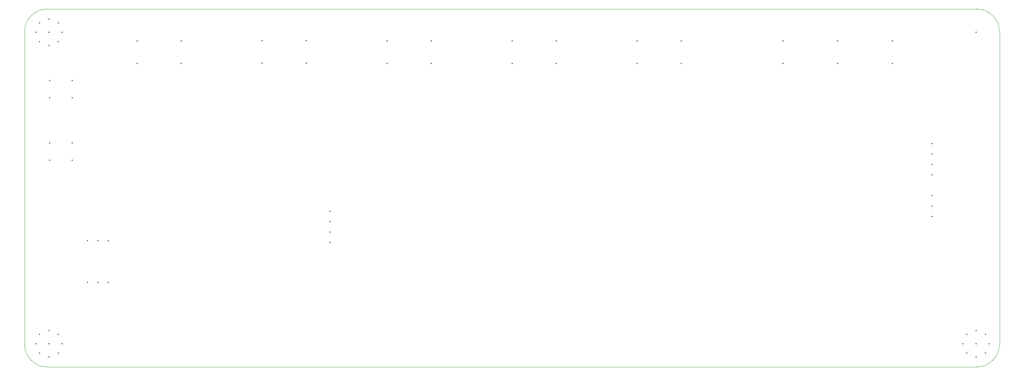
<source format=gko>
%TF.GenerationSoftware,KiCad,Pcbnew,8.0.4*%
%TF.CreationDate,2025-03-26T21:29:21+03:00*%
%TF.ProjectId,PDU_Control_Board,5044555f-436f-46e7-9472-6f6c5f426f61,rev?*%
%TF.SameCoordinates,Original*%
%TF.FileFunction,Profile,NP*%
%FSLAX46Y46*%
G04 Gerber Fmt 4.6, Leading zero omitted, Abs format (unit mm)*
G04 Created by KiCad (PCBNEW 8.0.4) date 2025-03-26 21:29:21*
%MOMM*%
%LPD*%
G01*
G04 APERTURE LIST*
%TA.AperFunction,Profile*%
%ADD10C,0.050000*%
%TD*%
%ADD11C,0.350000*%
G04 APERTURE END LIST*
D10*
X452374000Y-162052000D02*
G75*
G02*
X457962000Y-167640000I0J-5588000D01*
G01*
X457961999Y-243839999D02*
G75*
G02*
X452373999Y-249427999I-5587999J-1D01*
G01*
X225806000Y-249427999D02*
X452373999Y-249427999D01*
X457961999Y-243839999D02*
X457962000Y-167640000D01*
X452374000Y-162052000D02*
X225806003Y-162052003D01*
X225806000Y-249427999D02*
G75*
G02*
X220218001Y-243839999I0J5587999D01*
G01*
X220218003Y-167640003D02*
X220218000Y-243839999D01*
X220218003Y-167640003D02*
G75*
G02*
X225806003Y-162052003I5587997J3D01*
G01*
D11*
X349885000Y-175335000D03*
X349885000Y-169835000D03*
X258445000Y-175335000D03*
X258445000Y-169835000D03*
X231850000Y-194750000D03*
X231850000Y-198950000D03*
X226350000Y-194750000D03*
X226350000Y-198950000D03*
X247650000Y-175335000D03*
X247650000Y-169835000D03*
X452217000Y-240515000D03*
X454497419Y-241459581D03*
X449936581Y-241459581D03*
X455442000Y-243740000D03*
X452217000Y-243740000D03*
X448992000Y-243740000D03*
X454497419Y-246020419D03*
X449936581Y-246020419D03*
X452217000Y-246965000D03*
X278130000Y-175260000D03*
X278130000Y-169760000D03*
X452217000Y-167740000D03*
X226217000Y-164515000D03*
X228497419Y-165459581D03*
X223936581Y-165459581D03*
X229442000Y-167740000D03*
X226217000Y-167740000D03*
X222992000Y-167740000D03*
X228497419Y-170020419D03*
X223936581Y-170020419D03*
X226217000Y-170965000D03*
X405130000Y-175335000D03*
X405130000Y-169835000D03*
X235585000Y-218630000D03*
X238125000Y-218630000D03*
X240665000Y-218630000D03*
X339090000Y-175335000D03*
X339090000Y-169835000D03*
X288925000Y-175260000D03*
X288925000Y-169760000D03*
X431800000Y-175335000D03*
X431800000Y-169835000D03*
X319405000Y-175335000D03*
X319405000Y-169835000D03*
X226217000Y-240515000D03*
X228497419Y-241459581D03*
X223936581Y-241459581D03*
X229442000Y-243740000D03*
X226217000Y-243740000D03*
X222992000Y-243740000D03*
X228497419Y-246020419D03*
X223936581Y-246020419D03*
X226217000Y-246965000D03*
X294640000Y-219065000D03*
X294640000Y-216525000D03*
X294640000Y-213985000D03*
X294640000Y-211445000D03*
X369570000Y-175335000D03*
X369570000Y-169835000D03*
X231850000Y-179510000D03*
X231850000Y-183710000D03*
X226350000Y-179510000D03*
X226350000Y-183710000D03*
X441535000Y-212725000D03*
X441535000Y-210185000D03*
X441535000Y-207645000D03*
X441535000Y-202565000D03*
X441535000Y-200025000D03*
X441535000Y-197485000D03*
X441535000Y-194945000D03*
X380365000Y-175335000D03*
X380365000Y-169835000D03*
X418465000Y-175335000D03*
X418465000Y-169835000D03*
X308610000Y-175335000D03*
X308610000Y-169835000D03*
X235585000Y-228790000D03*
X238125000Y-228790000D03*
X240665000Y-228790000D03*
M02*

</source>
